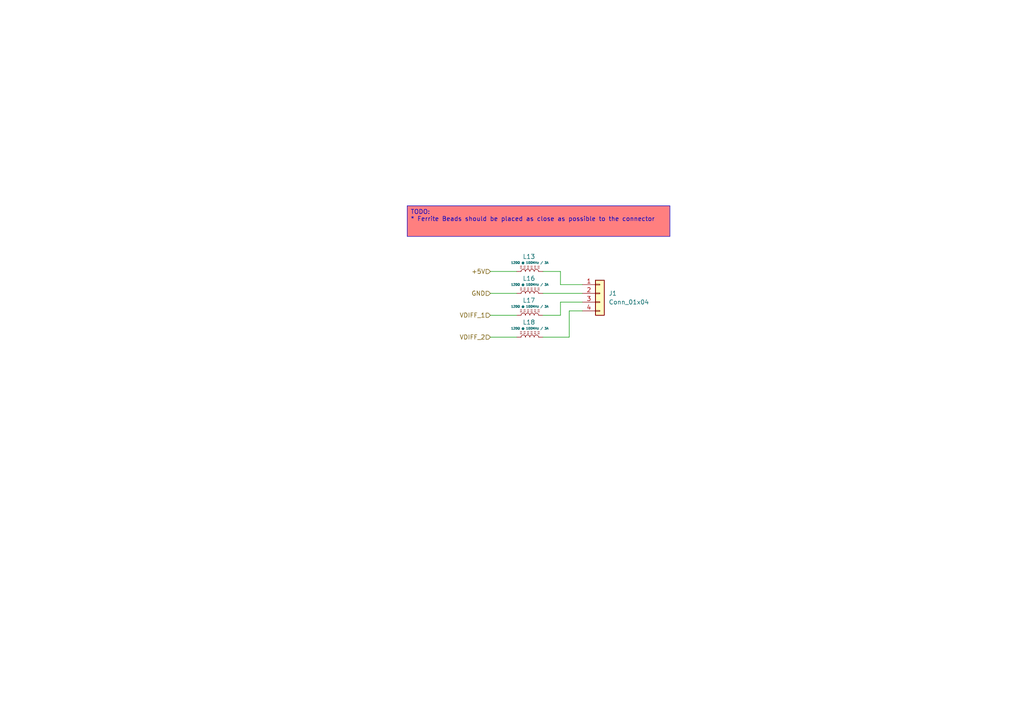
<source format=kicad_sch>
(kicad_sch (version 20231120) (generator "eeschema") (generator_version "8.0")
  (paper "A4")
  (lib_symbols
    (symbol "Connector_Generic:Conn_01x04" (pin_names (offset 1.016) hide)
      (property "Reference" "J" (at 0 5.08 0))
      (property "Value" "Conn_01x04" (at 0 -7.62 0))
      (symbol "Conn_01x04_1_1"
        (rectangle (start -1.27 -4.953) (end 0 -5.207) (stroke (width 0.1524)))
        (rectangle (start -1.27 -2.413) (end 0 -2.667) (stroke (width 0.1524)))
        (rectangle (start -1.27 0.127) (end 0 -0.127) (stroke (width 0.1524)))
        (rectangle (start -1.27 2.667) (end 0 2.413) (stroke (width 0.1524)))
        (rectangle (start -1.27 3.81) (end 1.27 -6.35) (stroke (width 0.254)) (fill (type background)))
        (pin passive line (at -5.08 2.54 0) (length 3.81) (name "Pin_1") (number "1"))
        (pin passive line (at -5.08 0 0) (length 3.81) (name "Pin_2") (number "2"))
        (pin passive line (at -5.08 -2.54 0) (length 3.81) (name "Pin_3") (number "3"))
        (pin passive line (at -5.08 -5.08 0) (length 3.81) (name "Pin_4") (number "4"))
      )
    )
    (symbol "Device:L_Ferrite" (pin_numbers hide) (pin_names (offset 1.016) hide)
      (property "Reference" "L" (at -1.27 0 90))
      (property "Value" "L_Ferrite" (at 2.794 0 90))
      (symbol "L_Ferrite_0_1"
        (arc (start 0 -2.54) (mid 0.6323 -1.905) (end 0 -1.27))
        (arc (start 0 -1.27) (mid 0.6323 -0.635) (end 0 0))
        (polyline (pts (xy 1.016 -2.794) (xy 1.016 -2.286)))
        (polyline (pts (xy 1.016 -1.778) (xy 1.016 -1.27)))
        (polyline (pts (xy 1.016 -0.762) (xy 1.016 -0.254)))
        (polyline (pts (xy 1.016 0.254) (xy 1.016 0.762)))
        (polyline (pts (xy 1.016 1.27) (xy 1.016 1.778)))
        (polyline (pts (xy 1.016 2.286) (xy 1.016 2.794)))
        (polyline (pts (xy 1.524 -2.286) (xy 1.524 -2.794)))
        (polyline (pts (xy 1.524 -1.27) (xy 1.524 -1.778)))
        (polyline (pts (xy 1.524 -0.254) (xy 1.524 -0.762)))
        (polyline (pts (xy 1.524 0.762) (xy 1.524 0.254)))
        (polyline (pts (xy 1.524 1.778) (xy 1.524 1.27)))
        (polyline (pts (xy 1.524 2.794) (xy 1.524 2.286)))
        (arc (start 0 0) (mid 0.6323 0.635) (end 0 1.27))
        (arc (start 0 1.27) (mid 0.6323 1.905) (end 0 2.54))
      )
      (symbol "L_Ferrite_1_1"
        (pin passive line (at 0 3.81 270) (length 1.27) (name "1") (number "1"))
        (pin passive line (at 0 -3.81 90) (length 1.27) (name "2") (number "2"))
      )
    )
  )
  (wire (pts (xy 142.24 85.09) (xy 149.86 85.09)))
  (wire (pts (xy 157.48 85.09) (xy 168.91 85.09)))
  (wire (pts (xy 162.56 78.74) (xy 162.56 82.55)))
  (wire (pts (xy 157.48 78.74) (xy 162.56 78.74)))
  (wire (pts (xy 165.1 90.17) (xy 168.91 90.17)))
  (wire (pts (xy 142.24 97.79) (xy 149.86 97.79)))
  (wire (pts (xy 142.24 78.74) (xy 149.86 78.74)))
  (wire (pts (xy 162.56 82.55) (xy 168.91 82.55)))
  (wire (pts (xy 162.56 91.44) (xy 162.56 87.63)))
  (wire (pts (xy 162.56 87.63) (xy 168.91 87.63)))
  (wire (pts (xy 142.24 91.44) (xy 149.86 91.44)))
  (wire (pts (xy 165.1 97.79) (xy 165.1 90.17)))
  (wire (pts (xy 157.48 91.44) (xy 162.56 91.44)))
  (wire (pts (xy 157.48 97.79) (xy 165.1 97.79)))
  (text_box "TODO:\n* Ferrite Beads should be placed as close as possible to the connector" (at 118.11 59.69 0) (size 76.2 8.89) (fill (type color) (color 255 0 0 0.5)) (effects (font (size 1.27 1.27)) (justify left top)))
  (hierarchical_label "VDIFF_2" (shape input) (at 142.24 97.79 180))
  (hierarchical_label "+5V" (shape input) (at 142.24 78.74 180))
  (hierarchical_label "VDIFF_1" (shape input) (at 142.24 91.44 180))
  (hierarchical_label "GND" (shape input) (at 142.24 85.09 180))
  (symbol (lib_id "Device:L_Ferrite") (at 153.67 97.79 90) (unit 1)
    (property "Reference" "L18" (at 153.416 93.472 90))
    (property "Value" "120Ω @ 100MHz / 3A" (at 153.67 95.25 90) (effects (font (size 0.635 0.635))))
    (property "Footprint" "Inductor_SMD:L_0805_2012Metric_Pad1.05x1.20mm_HandSolder" (effects (hide yes)))
    (property "Description" "Inductor with ferrite core" (effects (hide yes)))
    (instances (project "ADS1220 4-Load Cell Board" (path "" (reference "L18") (unit 1)) (path "" (reference "L12") (unit 1)) (path "" (reference "L8") (unit 1)) (path "" (reference "L4") (unit 1))))
  )
  (symbol (lib_id "Device:L_Ferrite") (at 153.67 78.74 90) (unit 1)
    (property "Reference" "L13" (at 153.416 74.422 90))
    (property "Value" "120Ω @ 100MHz / 3A" (at 153.67 76.2 90) (effects (font (size 0.635 0.635))))
    (property "Footprint" "Inductor_SMD:L_0805_2012Metric_Pad1.05x1.20mm_HandSolder" (effects (hide yes)))
    (property "Description" "Inductor with ferrite core" (effects (hide yes)))
    (instances (project "ADS1220 4-Load Cell Board" (path "" (reference "L13") (unit 1)) (path "" (reference "L9") (unit 1)) (path "" (reference "L5") (unit 1)) (path "" (reference "L1") (unit 1))))
  )
  (symbol (lib_id "Device:L_Ferrite") (at 153.67 91.44 90) (unit 1)
    (property "Reference" "L17" (at 153.416 87.122 90))
    (property "Value" "120Ω @ 100MHz / 3A" (at 153.67 88.9 90) (effects (font (size 0.635 0.635))))
    (property "Footprint" "Inductor_SMD:L_0805_2012Metric_Pad1.05x1.20mm_HandSolder" (effects (hide yes)))
    (property "Description" "Inductor with ferrite core" (effects (hide yes)))
    (instances (project "ADS1220 4-Load Cell Board" (path "" (reference "L17") (unit 1)) (path "" (reference "L11") (unit 1)) (path "" (reference "L7") (unit 1)) (path "" (reference "L3") (unit 1))))
  )
  (symbol (lib_id "Device:L_Ferrite") (at 153.67 85.09 90) (unit 1)
    (property "Reference" "L16" (at 153.416 80.772 90))
    (property "Value" "120Ω @ 100MHz / 3A" (at 153.67 82.55 90) (effects (font (size 0.635 0.635))))
    (property "Footprint" "Inductor_SMD:L_0805_2012Metric_Pad1.05x1.20mm_HandSolder" (effects (hide yes)))
    (property "Description" "Inductor with ferrite core" (effects (hide yes)))
    (instances (project "ADS1220 4-Load Cell Board" (path "" (reference "L16") (unit 1)) (path "" (reference "L10") (unit 1)) (path "" (reference "L6") (unit 1)) (path "" (reference "L2") (unit 1))))
  )
  (symbol (lib_id "Connector_Generic:Conn_01x04") (at 173.99 85.09 0) (unit 1)
    (property "Reference" "J1" (at 176.53 85.0899 0) (effects (justify left)))
    (property "Value" "Conn_01x04" (at 176.53 87.6299 0) (effects (justify left)))
    (property "Footprint" "Connector_JST:JST_XH_S4B-XH-A-1_1x04_P2.50mm_Horizontal" (effects (hide yes)))
    (property "Description" "Generic connector, single row, 01x04, script generated (kicad-library-utils/schlib/autogen/connector/)" (effects (hide yes)))
    (instances (project "ADS1220 4-Load Cell Board" (path "" (reference "J1") (unit 1)) (path "" (reference "J4") (unit 1)) (path "" (reference "J2") (unit 1)) (path "" (reference "J3") (unit 1))))
  )
)
</source>
